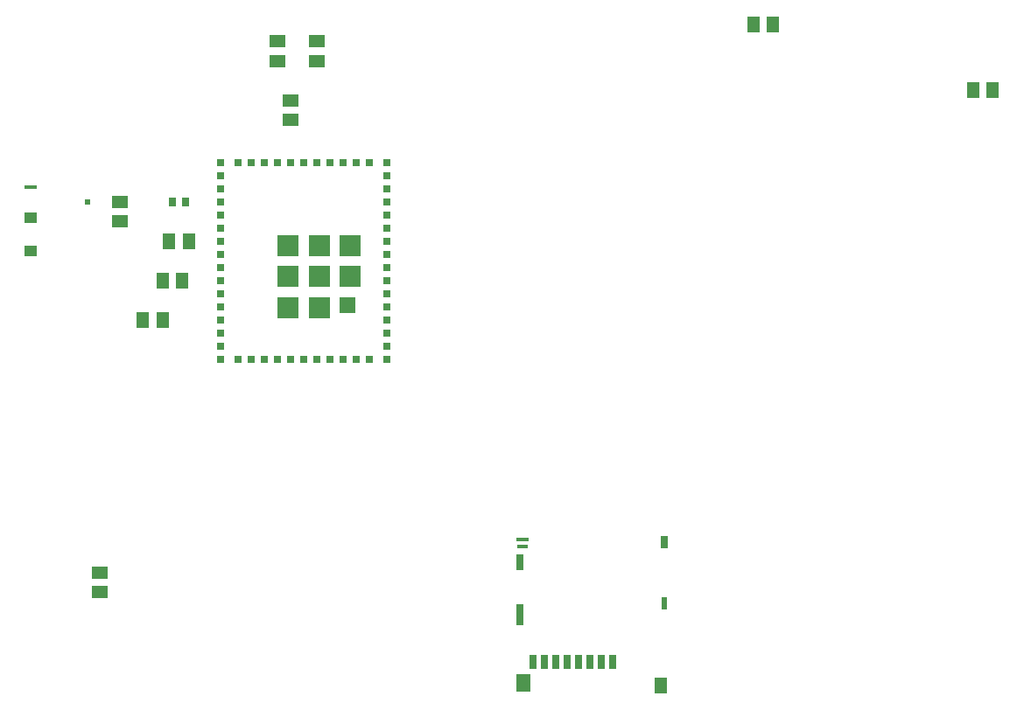
<source format=gtp>
G75*
%MOIN*%
%OFA0B0*%
%FSLAX25Y25*%
%IPPOS*%
%LPD*%
%AMOC8*
5,1,8,0,0,1.08239X$1,22.5*
%
%ADD10R,0.05118X0.05906*%
%ADD11R,0.05906X0.05118*%
%ADD12R,0.02756X0.03543*%
%ADD13R,0.03150X0.03150*%
%ADD14R,0.07874X0.07874*%
%ADD15R,0.05906X0.05906*%
%ADD16R,0.04724X0.03937*%
%ADD17R,0.04724X0.01181*%
%ADD18R,0.01969X0.01969*%
%ADD19R,0.03150X0.05512*%
%ADD20R,0.05315X0.07087*%
%ADD21R,0.04567X0.05906*%
%ADD22R,0.02362X0.04528*%
%ADD23R,0.02559X0.05118*%
%ADD24R,0.02559X0.08425*%
%ADD25R,0.02559X0.06299*%
%ADD26R,0.04331X0.01772*%
%ADD27R,0.04528X0.01772*%
D10*
X0051260Y0164300D03*
X0058740Y0164300D03*
X0058760Y0179300D03*
X0066240Y0179300D03*
X0068740Y0194300D03*
X0061260Y0194300D03*
X0283760Y0276800D03*
X0291240Y0276800D03*
X0367510Y0251800D03*
X0374990Y0251800D03*
D11*
X0035000Y0060560D03*
X0035000Y0068040D03*
X0042500Y0201810D03*
X0042500Y0209290D03*
X0107500Y0240560D03*
X0107500Y0248040D03*
X0102500Y0263060D03*
X0102500Y0270540D03*
X0117500Y0270540D03*
X0117500Y0263060D03*
D12*
X0067559Y0209300D03*
X0062441Y0209300D03*
D13*
X0080925Y0209300D03*
X0080925Y0204300D03*
X0080925Y0199300D03*
X0080925Y0194300D03*
X0080925Y0189300D03*
X0080925Y0184300D03*
X0080925Y0179300D03*
X0080925Y0174300D03*
X0080925Y0169300D03*
X0080925Y0164300D03*
X0080925Y0159300D03*
X0080925Y0154300D03*
X0080925Y0149300D03*
X0087500Y0149300D03*
X0092500Y0149300D03*
X0097500Y0149300D03*
X0102500Y0149300D03*
X0107500Y0149300D03*
X0112500Y0149300D03*
X0117500Y0149300D03*
X0122500Y0149300D03*
X0127500Y0149300D03*
X0132500Y0149300D03*
X0137500Y0149300D03*
X0144094Y0149320D03*
X0144094Y0154320D03*
X0144094Y0159320D03*
X0144094Y0164320D03*
X0144094Y0169320D03*
X0144094Y0174320D03*
X0144094Y0179320D03*
X0144094Y0184320D03*
X0144094Y0189320D03*
X0144094Y0194320D03*
X0144094Y0199320D03*
X0144094Y0204320D03*
X0144094Y0209320D03*
X0144094Y0214320D03*
X0144094Y0219320D03*
X0144094Y0224320D03*
X0137500Y0224300D03*
X0132500Y0224300D03*
X0127500Y0224300D03*
X0122500Y0224300D03*
X0117500Y0224300D03*
X0112500Y0224300D03*
X0107500Y0224300D03*
X0102500Y0224300D03*
X0097500Y0224300D03*
X0092500Y0224300D03*
X0087500Y0224300D03*
X0080925Y0224300D03*
X0080925Y0219300D03*
X0080925Y0214300D03*
D14*
X0106594Y0192706D03*
X0118406Y0192706D03*
X0130217Y0192706D03*
X0130217Y0180894D03*
X0118406Y0180894D03*
X0106594Y0180894D03*
X0106594Y0169083D03*
X0118406Y0169083D03*
D15*
X0129232Y0170068D03*
D16*
X0008543Y0190678D03*
X0008543Y0203276D03*
D17*
X0008543Y0214891D03*
D18*
X0030394Y0209379D03*
D19*
X0199843Y0034044D03*
X0204173Y0034044D03*
X0208504Y0034044D03*
X0212835Y0034044D03*
X0217165Y0034044D03*
X0221496Y0034044D03*
X0225827Y0034044D03*
X0230157Y0034044D03*
D20*
X0196339Y0025973D03*
D21*
X0248701Y0024989D03*
D22*
X0249882Y0056387D03*
D23*
X0249882Y0079713D03*
D24*
X0195059Y0052076D03*
D25*
X0195059Y0072076D03*
D26*
X0195945Y0078001D03*
D27*
X0196043Y0080599D03*
M02*

</source>
